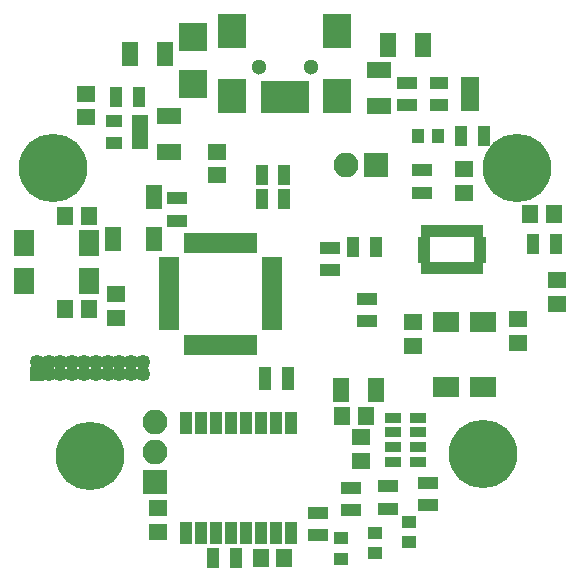
<source format=gts>
G04 #@! TF.FileFunction,Soldermask,Top*
%FSLAX46Y46*%
G04 Gerber Fmt 4.6, Leading zero omitted, Abs format (unit mm)*
G04 Created by KiCad (PCBNEW 4.0.7) date 03/22/19 21:38:21*
%MOMM*%
%LPD*%
G01*
G04 APERTURE LIST*
%ADD10C,0.100000*%
%ADD11R,1.700000X1.100000*%
%ADD12R,1.400000X2.100000*%
%ADD13R,1.400000X1.650000*%
%ADD14R,2.000000X1.400000*%
%ADD15R,1.650000X1.400000*%
%ADD16R,1.400000X2.000000*%
%ADD17R,2.400000X2.400000*%
%ADD18R,1.000000X1.200000*%
%ADD19R,1.200000X1.000000*%
%ADD20R,0.900000X2.700000*%
%ADD21R,2.400000X2.900000*%
%ADD22C,1.300000*%
%ADD23C,5.800000*%
%ADD24R,2.100000X2.100000*%
%ADD25O,2.100000X2.100000*%
%ADD26R,1.100000X1.700000*%
%ADD27R,1.700000X2.300000*%
%ADD28R,1.460000X1.050000*%
%ADD29R,1.700000X0.650000*%
%ADD30R,0.650000X1.700000*%
%ADD31R,1.620000X1.050000*%
%ADD32R,1.350000X0.950000*%
%ADD33R,1.000000X1.900000*%
%ADD34R,0.650000X1.000000*%
%ADD35R,1.000000X0.650000*%
%ADD36R,2.300000X1.700000*%
%ADD37R,1.250000X1.250000*%
%ADD38O,1.250000X1.250000*%
%ADD39R,1.050000X0.800000*%
G04 APERTURE END LIST*
D10*
D11*
X57340000Y-121872000D03*
X57340000Y-119972000D03*
D12*
X34190000Y-99322000D03*
X34190000Y-95722000D03*
X30690000Y-99322000D03*
D13*
X28632000Y-97360000D03*
X26632000Y-97360000D03*
X28632000Y-105234000D03*
X26632000Y-105234000D03*
D14*
X35440000Y-91922000D03*
X35440000Y-88922000D03*
D15*
X30934000Y-103980000D03*
X30934000Y-105980000D03*
D16*
X32140000Y-83622000D03*
X35140000Y-83622000D03*
D15*
X39540000Y-91922000D03*
X39540000Y-93922000D03*
X28440000Y-87022000D03*
X28440000Y-89022000D03*
D14*
X53240000Y-85022000D03*
X53240000Y-88022000D03*
D13*
X52090000Y-114272000D03*
X50090000Y-114272000D03*
D16*
X52990000Y-112072000D03*
X49990000Y-112072000D03*
D15*
X51690000Y-116072000D03*
X51690000Y-118072000D03*
D16*
X56940000Y-82922000D03*
X53940000Y-82922000D03*
D13*
X45202000Y-126332000D03*
X43202000Y-126332000D03*
D15*
X60376000Y-93428000D03*
X60376000Y-95428000D03*
X68250000Y-102826000D03*
X68250000Y-104826000D03*
D13*
X68040000Y-97222000D03*
X66040000Y-97222000D03*
D15*
X56058000Y-106382000D03*
X56058000Y-108382000D03*
X64948000Y-106128000D03*
X64948000Y-108128000D03*
D17*
X37440000Y-86222000D03*
X37440000Y-82222000D03*
D18*
X58190000Y-90622000D03*
X56490000Y-90622000D03*
D19*
X50040000Y-124672000D03*
X50040000Y-126372000D03*
X52840000Y-124172000D03*
X52840000Y-125872000D03*
X55740000Y-123272000D03*
X55740000Y-124972000D03*
D20*
X46840000Y-87322000D03*
X46040000Y-87322000D03*
X45240000Y-87322000D03*
X44440000Y-87322000D03*
X43640000Y-87322000D03*
D21*
X49690000Y-87222000D03*
X49690000Y-81722000D03*
X40790000Y-87222000D03*
X40790000Y-81722000D03*
D22*
X47440000Y-84722000D03*
X43040000Y-84722000D03*
D23*
X64940000Y-93322000D03*
X62040000Y-117522000D03*
X25640000Y-93322000D03*
X28740000Y-117722000D03*
D24*
X52940000Y-93022000D03*
D25*
X50400000Y-93022000D03*
D26*
X32890000Y-87322000D03*
X30990000Y-87322000D03*
D11*
X36140000Y-95872000D03*
X36140000Y-97772000D03*
D26*
X62090000Y-90622000D03*
X60190000Y-90622000D03*
D11*
X50840000Y-122272000D03*
X50840000Y-120372000D03*
X53990000Y-122166000D03*
X53990000Y-120266000D03*
X49040000Y-100072000D03*
X49040000Y-101972000D03*
X52240000Y-106272000D03*
X52240000Y-104372000D03*
X55550000Y-87968000D03*
X55550000Y-86068000D03*
D26*
X39188000Y-126332000D03*
X41088000Y-126332000D03*
D11*
X48040000Y-122472000D03*
X48040000Y-124372000D03*
D26*
X45188000Y-95906000D03*
X43288000Y-95906000D03*
X43288000Y-93874000D03*
X45188000Y-93874000D03*
X52944000Y-100016000D03*
X51044000Y-100016000D03*
D11*
X56820000Y-93478000D03*
X56820000Y-95378000D03*
D26*
X68184000Y-99762000D03*
X66284000Y-99762000D03*
D27*
X28648000Y-99646000D03*
X23148000Y-99646000D03*
X23148000Y-102846000D03*
X28648000Y-102846000D03*
D28*
X32945000Y-91183000D03*
X32945000Y-90233000D03*
X32945000Y-89283000D03*
X30745000Y-89283000D03*
X30745000Y-91183000D03*
D29*
X35474000Y-101214000D03*
X35474000Y-101714000D03*
X35474000Y-102214000D03*
X35474000Y-102714000D03*
X35474000Y-103214000D03*
X35474000Y-103714000D03*
X35474000Y-104214000D03*
X35474000Y-104714000D03*
X35474000Y-105214000D03*
X35474000Y-105714000D03*
X35474000Y-106214000D03*
X35474000Y-106714000D03*
D30*
X37074000Y-108314000D03*
X37574000Y-108314000D03*
X38074000Y-108314000D03*
X38574000Y-108314000D03*
X39074000Y-108314000D03*
X39574000Y-108314000D03*
X40074000Y-108314000D03*
X40574000Y-108314000D03*
X41074000Y-108314000D03*
X41574000Y-108314000D03*
X42074000Y-108314000D03*
X42574000Y-108314000D03*
D29*
X44174000Y-106714000D03*
X44174000Y-106214000D03*
X44174000Y-105714000D03*
X44174000Y-105214000D03*
X44174000Y-104714000D03*
X44174000Y-104214000D03*
X44174000Y-103714000D03*
X44174000Y-103214000D03*
X44174000Y-102714000D03*
X44174000Y-102214000D03*
X44174000Y-101714000D03*
X44174000Y-101214000D03*
D30*
X42574000Y-99614000D03*
X42074000Y-99614000D03*
X41574000Y-99614000D03*
X41074000Y-99614000D03*
X40574000Y-99614000D03*
X40074000Y-99614000D03*
X39574000Y-99614000D03*
X39074000Y-99614000D03*
X38574000Y-99614000D03*
X38074000Y-99614000D03*
X37574000Y-99614000D03*
X37074000Y-99614000D03*
D31*
X60924000Y-87968000D03*
X60924000Y-87018000D03*
X60924000Y-86068000D03*
X58304000Y-86068000D03*
X58304000Y-87968000D03*
D32*
X54395000Y-118197000D03*
X54395000Y-114447000D03*
X54395000Y-115697000D03*
X54395000Y-116947000D03*
X56545000Y-114447000D03*
X56545000Y-115697000D03*
X56545000Y-116947000D03*
X56545000Y-118197000D03*
D33*
X36895000Y-124172000D03*
X38165000Y-124172000D03*
X39435000Y-124172000D03*
X40705000Y-124172000D03*
X41975000Y-124172000D03*
X43245000Y-124172000D03*
X44515000Y-124172000D03*
X45785000Y-124172000D03*
X45785000Y-114872000D03*
X44515000Y-114872000D03*
X43245000Y-114872000D03*
X41975000Y-114872000D03*
X40705000Y-114872000D03*
X39435000Y-114872000D03*
X38165000Y-114872000D03*
X36895000Y-114872000D03*
D34*
X61646000Y-101794000D03*
X61146000Y-101794000D03*
X60646000Y-101794000D03*
X60146000Y-101794000D03*
X59646000Y-101794000D03*
X59146000Y-101794000D03*
X58646000Y-101794000D03*
X58146000Y-101794000D03*
X57646000Y-101794000D03*
X57146000Y-101794000D03*
X61646000Y-98669000D03*
X61146000Y-98669000D03*
X60646000Y-98669000D03*
X60146000Y-98669000D03*
X59646000Y-98669000D03*
X59146000Y-98669000D03*
X58646000Y-98669000D03*
X58146000Y-98669000D03*
X57646000Y-98669000D03*
X57146000Y-98669000D03*
D35*
X61766000Y-100981500D03*
X61766000Y-100481500D03*
X61766000Y-99981500D03*
X61766000Y-99481500D03*
X57036000Y-100981500D03*
X57036000Y-100481500D03*
X57036000Y-99981500D03*
X57036000Y-99481500D03*
D36*
X58852000Y-106366000D03*
X58852000Y-111866000D03*
X62052000Y-111866000D03*
X62052000Y-106366000D03*
D37*
X24240000Y-110722000D03*
D38*
X24240000Y-109722000D03*
X25240000Y-110722000D03*
X25240000Y-109722000D03*
X26240000Y-110722000D03*
X26240000Y-109722000D03*
X27240000Y-110722000D03*
X27240000Y-109722000D03*
X28240000Y-110722000D03*
X28240000Y-109722000D03*
X29240000Y-110722000D03*
X29240000Y-109722000D03*
X30240000Y-110722000D03*
X30240000Y-109722000D03*
X31240000Y-110722000D03*
X31240000Y-109722000D03*
X32240000Y-110722000D03*
X32240000Y-109722000D03*
X33240000Y-110722000D03*
X33240000Y-109722000D03*
D22*
X47440000Y-84722000D03*
X43040000Y-84722000D03*
D24*
X34240000Y-119922000D03*
D25*
X34240000Y-117382000D03*
X34240000Y-114842000D03*
D15*
X34540000Y-124122000D03*
X34540000Y-122122000D03*
D39*
X45490000Y-111772000D03*
X45490000Y-110472000D03*
X43590000Y-111122000D03*
X45490000Y-111122000D03*
X43590000Y-110472000D03*
X43590000Y-111772000D03*
M02*

</source>
